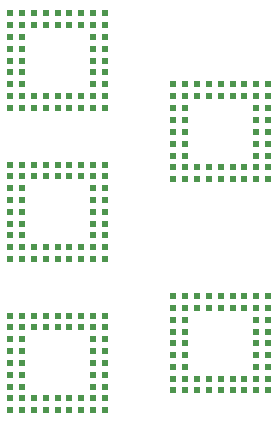
<source format=gbp>
%FSLAX23Y23*%
%MOIN*%
G70*
G01*
G75*
G04 Layer_Color=128*
%ADD10R,0.020X0.055*%
%ADD11R,0.037X0.067*%
%ADD12R,0.051X0.033*%
%ADD13R,0.132X0.213*%
%ADD14R,0.079X0.087*%
%ADD15C,0.025*%
%ADD16C,0.020*%
%ADD17C,0.015*%
%ADD18C,0.010*%
%ADD19C,0.005*%
%ADD20O,0.043X0.142*%
%ADD21C,0.063*%
%ADD22R,0.063X0.063*%
%ADD23P,0.128X8X112.5*%
%ADD24P,0.128X8X202.5*%
%ADD25C,0.081*%
%ADD26C,0.060*%
%ADD27C,0.059*%
%ADD28R,0.059X0.059*%
%ADD29R,0.059X0.059*%
%ADD30C,0.016*%
%ADD31C,0.024*%
%ADD32C,0.010*%
%ADD33C,0.012*%
%ADD34C,0.006*%
%ADD35C,0.008*%
%ADD36C,0.006*%
%ADD37R,0.028X0.063*%
%ADD38R,0.045X0.075*%
%ADD39R,0.059X0.041*%
%ADD40R,0.140X0.221*%
%ADD41R,0.087X0.095*%
%ADD42O,0.051X0.150*%
%ADD43C,0.071*%
%ADD44R,0.071X0.071*%
%ADD45P,0.137X8X112.5*%
%ADD46P,0.137X8X202.5*%
%ADD47C,0.089*%
%ADD48C,0.068*%
%ADD49C,0.067*%
%ADD50R,0.067X0.067*%
%ADD51R,0.067X0.067*%
%ADD52C,0.028*%
D31*
X2504Y1125D02*
D03*
X2465D02*
D03*
X2504Y1165D02*
D03*
X2465D02*
D03*
X2504Y1204D02*
D03*
X2465D02*
D03*
X2504Y1244D02*
D03*
X2465D02*
D03*
X2504Y1283D02*
D03*
X2465D02*
D03*
X2504Y1086D02*
D03*
X2465D02*
D03*
X2426D02*
D03*
X2386D02*
D03*
X2347D02*
D03*
X2307D02*
D03*
X2268D02*
D03*
X2504Y1047D02*
D03*
X2465D02*
D03*
X2426D02*
D03*
X2386D02*
D03*
X2347D02*
D03*
X2307D02*
D03*
X2268D02*
D03*
X2229D02*
D03*
X2189D02*
D03*
X2229Y1086D02*
D03*
X2189D02*
D03*
X2229Y1125D02*
D03*
X2189D02*
D03*
X2229Y1165D02*
D03*
X2189D02*
D03*
Y1362D02*
D03*
X2229D02*
D03*
X2268D02*
D03*
X2307D02*
D03*
X2347D02*
D03*
X2386D02*
D03*
X2426D02*
D03*
X2465D02*
D03*
X2504D02*
D03*
X2189Y1322D02*
D03*
X2229D02*
D03*
X2268D02*
D03*
X2307D02*
D03*
X2347D02*
D03*
X2386D02*
D03*
X2426D02*
D03*
X2465D02*
D03*
X2504D02*
D03*
X2189Y1283D02*
D03*
X2229D02*
D03*
X2189Y1244D02*
D03*
X2229D02*
D03*
X2189Y1204D02*
D03*
X2229D02*
D03*
X2811Y1125D02*
D03*
Y1085D02*
D03*
X2851Y1125D02*
D03*
Y1085D02*
D03*
X2890Y1125D02*
D03*
Y1085D02*
D03*
X2930Y1125D02*
D03*
Y1085D02*
D03*
X2969Y1125D02*
D03*
Y1085D02*
D03*
X2772Y1125D02*
D03*
Y1085D02*
D03*
Y1046D02*
D03*
Y1006D02*
D03*
Y967D02*
D03*
Y928D02*
D03*
Y888D02*
D03*
X2733Y1125D02*
D03*
Y1085D02*
D03*
Y1046D02*
D03*
Y1006D02*
D03*
Y967D02*
D03*
Y928D02*
D03*
Y888D02*
D03*
Y849D02*
D03*
Y810D02*
D03*
X2772Y849D02*
D03*
Y810D02*
D03*
X2811Y849D02*
D03*
Y810D02*
D03*
X2851Y849D02*
D03*
Y810D02*
D03*
X3048D02*
D03*
Y849D02*
D03*
Y888D02*
D03*
Y928D02*
D03*
Y967D02*
D03*
Y1006D02*
D03*
Y1046D02*
D03*
Y1085D02*
D03*
Y1125D02*
D03*
X3008Y810D02*
D03*
Y849D02*
D03*
Y888D02*
D03*
Y928D02*
D03*
Y967D02*
D03*
Y1006D02*
D03*
Y1046D02*
D03*
Y1085D02*
D03*
Y1125D02*
D03*
X2969Y810D02*
D03*
Y849D02*
D03*
X2930Y810D02*
D03*
Y849D02*
D03*
X2890Y810D02*
D03*
Y849D02*
D03*
X2969Y105D02*
D03*
Y144D02*
D03*
X2930Y105D02*
D03*
Y144D02*
D03*
X2890Y105D02*
D03*
Y144D02*
D03*
X2851Y105D02*
D03*
Y144D02*
D03*
X2811Y105D02*
D03*
Y144D02*
D03*
X3008Y105D02*
D03*
Y144D02*
D03*
Y183D02*
D03*
Y223D02*
D03*
Y262D02*
D03*
Y301D02*
D03*
Y341D02*
D03*
X3048Y105D02*
D03*
Y144D02*
D03*
Y183D02*
D03*
Y223D02*
D03*
Y262D02*
D03*
Y301D02*
D03*
Y341D02*
D03*
Y380D02*
D03*
Y420D02*
D03*
X3008Y380D02*
D03*
Y420D02*
D03*
X2969Y380D02*
D03*
Y420D02*
D03*
X2930Y380D02*
D03*
Y420D02*
D03*
X2733D02*
D03*
Y380D02*
D03*
Y341D02*
D03*
Y301D02*
D03*
Y262D02*
D03*
Y223D02*
D03*
Y183D02*
D03*
Y144D02*
D03*
Y105D02*
D03*
X2772Y420D02*
D03*
Y380D02*
D03*
Y341D02*
D03*
Y301D02*
D03*
Y262D02*
D03*
Y223D02*
D03*
Y183D02*
D03*
Y144D02*
D03*
Y105D02*
D03*
X2811Y420D02*
D03*
Y380D02*
D03*
X2851Y420D02*
D03*
Y380D02*
D03*
X2890Y420D02*
D03*
Y380D02*
D03*
X2504Y118D02*
D03*
X2465D02*
D03*
X2504Y157D02*
D03*
X2465D02*
D03*
X2504Y197D02*
D03*
X2465D02*
D03*
X2504Y236D02*
D03*
X2465D02*
D03*
X2504Y276D02*
D03*
X2465D02*
D03*
X2504Y79D02*
D03*
X2465D02*
D03*
X2426D02*
D03*
X2386D02*
D03*
X2347D02*
D03*
X2307D02*
D03*
X2268D02*
D03*
X2504Y39D02*
D03*
X2465D02*
D03*
X2426D02*
D03*
X2386D02*
D03*
X2347D02*
D03*
X2307D02*
D03*
X2268D02*
D03*
X2229D02*
D03*
X2189D02*
D03*
X2229Y79D02*
D03*
X2189D02*
D03*
X2229Y118D02*
D03*
X2189D02*
D03*
X2229Y157D02*
D03*
X2189D02*
D03*
Y354D02*
D03*
X2229D02*
D03*
X2268D02*
D03*
X2307D02*
D03*
X2347D02*
D03*
X2386D02*
D03*
X2426D02*
D03*
X2465D02*
D03*
X2504D02*
D03*
X2189Y315D02*
D03*
X2229D02*
D03*
X2268D02*
D03*
X2307D02*
D03*
X2347D02*
D03*
X2386D02*
D03*
X2426D02*
D03*
X2465D02*
D03*
X2504D02*
D03*
X2189Y276D02*
D03*
X2229D02*
D03*
X2189Y236D02*
D03*
X2229D02*
D03*
X2189Y197D02*
D03*
X2229D02*
D03*
X2504Y622D02*
D03*
X2465D02*
D03*
X2504Y661D02*
D03*
X2465D02*
D03*
X2504Y701D02*
D03*
X2465D02*
D03*
X2504Y740D02*
D03*
X2465D02*
D03*
X2504Y779D02*
D03*
X2465D02*
D03*
X2504Y582D02*
D03*
X2465D02*
D03*
X2426D02*
D03*
X2386D02*
D03*
X2347D02*
D03*
X2307D02*
D03*
X2268D02*
D03*
X2504Y543D02*
D03*
X2465D02*
D03*
X2426D02*
D03*
X2386D02*
D03*
X2347D02*
D03*
X2307D02*
D03*
X2268D02*
D03*
X2229D02*
D03*
X2189D02*
D03*
X2229Y582D02*
D03*
X2189D02*
D03*
X2229Y622D02*
D03*
X2189D02*
D03*
X2229Y661D02*
D03*
X2189D02*
D03*
Y858D02*
D03*
X2229D02*
D03*
X2268D02*
D03*
X2307D02*
D03*
X2347D02*
D03*
X2386D02*
D03*
X2426D02*
D03*
X2465D02*
D03*
X2504D02*
D03*
X2189Y819D02*
D03*
X2229D02*
D03*
X2268D02*
D03*
X2307D02*
D03*
X2347D02*
D03*
X2386D02*
D03*
X2426D02*
D03*
X2465D02*
D03*
X2504D02*
D03*
X2189Y779D02*
D03*
X2229D02*
D03*
X2189Y740D02*
D03*
X2229D02*
D03*
X2189Y701D02*
D03*
X2229D02*
D03*
M02*

</source>
